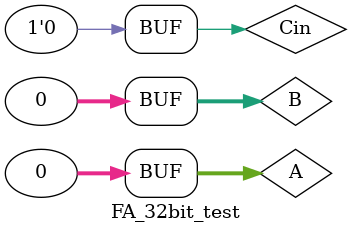
<source format=v>
module FA_1bit (input A, B, Cin, output reg Sum, Cout);					//1 bit Full Adder
  always @ (A or B or Cin)
    begin										//blocking assignment of values
      Sum = A ^ B ^ Cin;
      Cout = (A & B) | (Cin & (A ^ B));
    end
endmodule


module FA_32bit (input [31:0] A, B, input Cin, 
		output wire [31:0] Sum, output wire Cout, output reg Z, N);				//32 bit Full Adder
	
  wire [30:0] t; 
  genvar i;
  
  FA_1bit G1 (A[0], B[0], Cin, Sum[0],t[0]);						//instantiating FA for 1st bit
  generate for (i = 1; i < 31; i = i + 1)
      begin: lbl
	FA_1bit XG (A[i], B[i], t[i-1], Sum[i], t[i]);		                        //instantiating FA for next 30 bits
      end
  endgenerate
 	FA_1bit G2 (A[31], B[31], t[30], Sum[31], Cout);				//instantiating FA for last bit
  
  always @ *										//assigning Z and N flags
    begin																							
      if (Sum == 32'h00000000)
        begin
          Z = 1;
          N = 0;
        end
      else
        begin
          Z = 0;
          if (Sum[31] == 1'b0)
            N = 0;
          else
            N = 1;
        end
    end
endmodule

//testbench
module FA_32bit_test;
  reg [31:0] A, B;
  reg Cin;
  wire [31:0] Sum;
  wire Cout, Z, N;
  
  FA_32bit FA(A, B, Cin, Sum[31:0], Cout, Z, N);
  
  initial
    begin
      $monitor("    A         B    Cin |     Sum   Cout  Z  N");
      #5 A = 32'hff000f0f; B = 32'h00fff0f0; Cin = 0;																	//2 positive w/out carry
      $monitor("%h  %h  %d  |  %h  %d    %d  %d", A, B, Cin, Sum[31:0], Cout, Z, N);
      #5 A = 32'h35355353; B = 32'hcacaacac; Cin = 1;																	//2 positive w/ carry
      $monitor("%h  %h  %d  |  %h  %d    %d  %d", A, B, Cin, Sum[31:0], Cout, Z, N);
      #5 A = 32'h00000003; B = -32'hfffffffe; Cin = 0;																//1 positive 1 negative w/out carry
      $monitor("%h  %h  %d  |  %h  %d    %d  %d", A, B, Cin, Sum[31:0], Cout, Z, N);
      #5 A = 32'h00000002; B = -32'h00000001; Cin = 1;																//1 positive 1 negative w/ carry
      $monitor("%h  %h  %d  |  %h  %d    %d  %d", A, B, Cin, Sum[31:0], Cout, Z, N);
      #5 A = -32'h00000003; B = -32'hfffffffe; Cin = 0;																//2 negative w/out carry 
      $monitor("%h  %h  %d  |  %h  %d    %d  %d", A, B, Cin, Sum[31:0], Cout, Z, N);
      #5 A = -32'h00000003; B = -32'hfffffffe; Cin = 1;																//2 negative w/ carry
      $monitor("%h  %h  %d  |  %h  %d    %d  %d", A, B, Cin, Sum[31:0], Cout, Z, N);
      #5 A = 32'h00000001; B = -32'h00000003; Cin = 0;																//negative sum
      $monitor("%h  %h  %d  |  %h  %d    %d  %d", A, B, Cin, Sum[31:0], Cout, Z, N);
      #5 A = 32'h00000000; B = 32'h00000000; Cin = 0;																	//zero sum
      $monitor("%h  %h  %d  |  %h  %d    %d  %d", A, B, Cin, Sum[31:0], Cout, Z, N);
    end
endmodule

</source>
